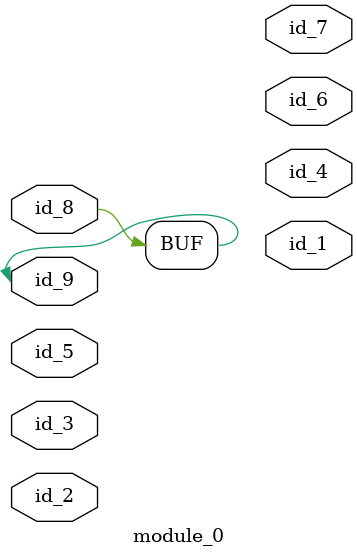
<source format=v>
`timescale 1 ps / 1 ps
module module_0 (
    id_1,
    id_2,
    id_3,
    id_4,
    id_5,
    id_6,
    id_7,
    id_8,
    id_9
);
  inout id_9;
  inout id_8;
  output id_7;
  output id_6;
  input id_5;
  output id_4;
  inout id_3;
  input id_2;
  output id_1;
  assign id_8 = id_9;
endmodule

</source>
